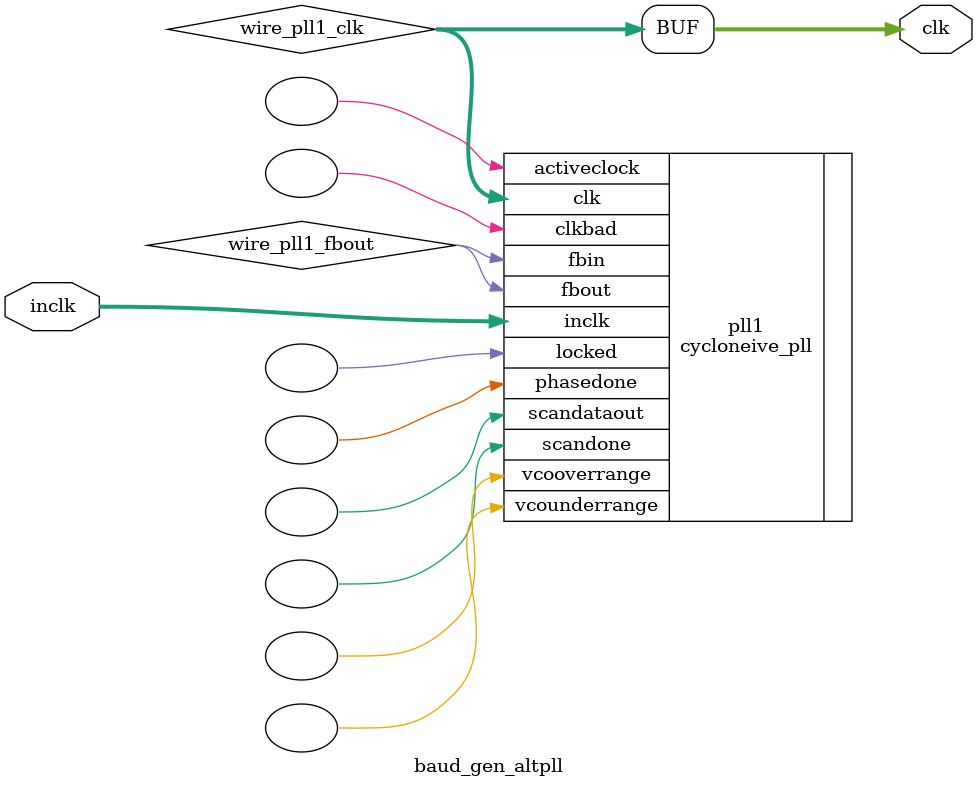
<source format=v>






//synthesis_resources = cycloneive_pll 1 
//synopsys translate_off
`timescale 1 ps / 1 ps
//synopsys translate_on
module  baud_gen_altpll
	( 
	clk,
	inclk) /* synthesis synthesis_clearbox=1 */;
	output   [4:0]  clk;
	input   [1:0]  inclk;
`ifndef ALTERA_RESERVED_QIS
// synopsys translate_off
`endif
	tri0   [1:0]  inclk;
`ifndef ALTERA_RESERVED_QIS
// synopsys translate_on
`endif

	wire  [4:0]   wire_pll1_clk;
	wire  wire_pll1_fbout;

	cycloneive_pll   pll1
	( 
	.activeclock(),
	.clk(wire_pll1_clk),
	.clkbad(),
	.fbin(wire_pll1_fbout),
	.fbout(wire_pll1_fbout),
	.inclk(inclk),
	.locked(),
	.phasedone(),
	.scandataout(),
	.scandone(),
	.vcooverrange(),
	.vcounderrange()
	`ifndef FORMAL_VERIFICATION
	// synopsys translate_off
	`endif
	,
	.areset(1'b0),
	.clkswitch(1'b0),
	.configupdate(1'b0),
	.pfdena(1'b1),
	.phasecounterselect({3{1'b0}}),
	.phasestep(1'b0),
	.phaseupdown(1'b0),
	.scanclk(1'b0),
	.scanclkena(1'b1),
	.scandata(1'b0)
	`ifndef FORMAL_VERIFICATION
	// synopsys translate_on
	`endif
	);
	defparam
		pll1.bandwidth_type = "auto",
		pll1.clk0_divide_by = 15625,
		pll1.clk0_duty_cycle = 50,
		pll1.clk0_multiply_by = 3,
		pll1.clk0_phase_shift = "0",
		pll1.clk1_divide_by = 15625,
		pll1.clk1_duty_cycle = 50,
		pll1.clk1_multiply_by = 48,
		pll1.clk1_phase_shift = "0",
		pll1.compensate_clock = "clk0",
		pll1.inclk0_input_frequency = 20000,
		pll1.operation_mode = "normal",
		pll1.pll_type = "auto",
		pll1.lpm_type = "cycloneive_pll";
	assign
		clk = {wire_pll1_clk[4:0]};
endmodule //baud_gen_altpll
//VALID FILE

</source>
